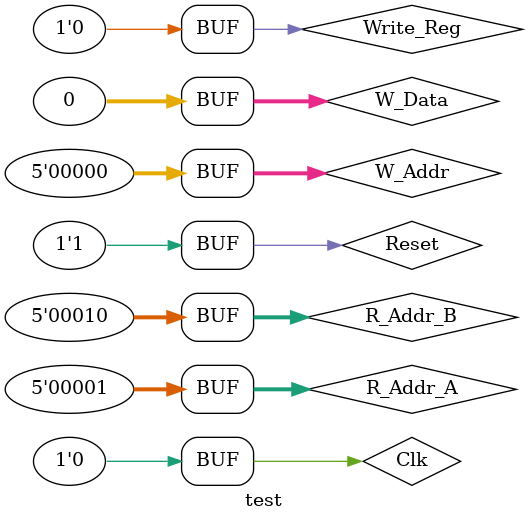
<source format=v>
`timescale 1ns / 1ps


module test;

	// Inputs
	reg Clk;
	reg Reset;
	reg [4:0] R_Addr_A;
	reg [4:0] R_Addr_B;
	reg [4:0] W_Addr;
	reg [31:0] W_Data;
	reg Write_Reg;

	// Outputs
	wire [31:0] R_Data_A;
	wire [31:0] R_Data_B;

	// Instantiate the Unit Under Test (UUT)
	MIPS_REG uut (
		.Clk(Clk), 
		.Reset(Reset), 
		.R_Addr_A(R_Addr_A), 
		.R_Addr_B(R_Addr_B), 
		.W_Addr(W_Addr), 
		.W_Data(W_Data), 
		.Write_Reg(Write_Reg), 
		.R_Data_A(R_Data_A), 
		.R_Data_B(R_Data_B)
	);

	initial begin
		// Initialize Inputs
		Clk = 0;
		Reset = 0;
		R_Addr_A = 0;
		R_Addr_B = 0;
		W_Addr = 0;
		W_Data = 0;
		Write_Reg = 0;		
		#100;
        
		// Add stimulus here
		#100;
		Clk = 1;
		Reset = 0;
		R_Addr_A = 0;
		R_Addr_B = 0;
		W_Addr = 5'b00001;
		Write_Reg = 1;
		W_Data = 31'h1111_1111;
		
		#100;
		Clk = 0;
		Reset = 0;
		R_Addr_A = 0;
		R_Addr_B = 0;
		W_Addr = 5'b00001;
		Write_Reg = 1;
		W_Data = 31'h1111_1111;
		
		#100;
		Clk = 1;
		Reset = 0;
		R_Addr_A = 0;
		R_Addr_B = 0;
		W_Addr = 5'b00010;
		Write_Reg = 1;
		W_Data = 31'h2222_2222;
		
		#100;
		Clk = 0;
		Reset = 0;
		R_Addr_A = 5'b00001;
		R_Addr_B = 5'b00010;
		W_Addr = 0;
		Write_Reg = 0;
		W_Data = 0;
      
		#100;
		Clk = 0;
		Reset = 1;
		R_Addr_A = 5'b00001;
		R_Addr_B = 5'b00010;
		W_Addr = 0;
		Write_Reg = 0;
		W_Data = 0;


	end

      
endmodule


</source>
